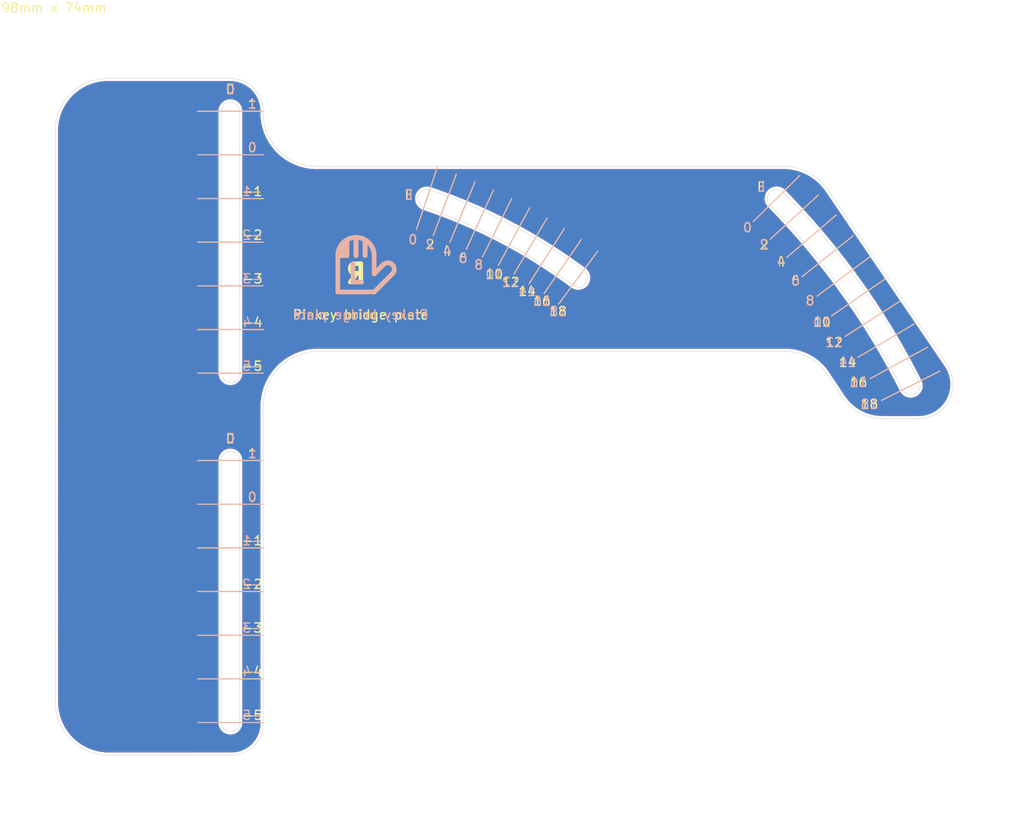
<source format=kicad_pcb>
(kicad_pcb (version 20210228) (generator pcbnew)
  (title_block (rev "1") (company "@e3w2q"))
  (layers (0 "F.Cu" signal) (31 "B.Cu" signal) (34 "B.Paste" user) (35 "F.Paste" user) (36 "B.SilkS" user "B.Silkscreen") (37 "F.SilkS" user "F.Silkscreen") (38 "B.Mask" user) (39 "F.Mask" user) (44 "Edge.Cuts" user))
  (net 0 "")
  (gr_line (start 95.158375 49.648407) (end 92.191642 56.144319) (layer "B.SilkS") (width 0.12))
  (gr_line (start 79.175141 56.828896) (end 78.182983 56.8289) (layer "B.SilkS") (width 0.5))
  (gr_arc (start 83.640017 58.317182) (end 84.13611 58.813275) (angle -180) (layer "B.SilkS") (width 0.5))
  (gr_line (start 70.048199 60.126546) (end 62.904449 60.126546) (layer "B.SilkS") (width 0.12))
  (gr_line (start 134.369877 54.651334) (end 128.793717 59.116319) (layer "B.SilkS") (width 0.12))
  (gr_line (start 130.561579 50.208846) (end 125.310463 55.051928) (layer "B.SilkS") (width 0.12))
  (gr_line (start 80.167359 56.8289) (end 80.167359 54.844524) (layer "B.SilkS") (width 0.5))
  (gr_line (start 78.381389 56.630458) (end 78.381389 56.233582) (layer "B.SilkS") (width 0.5))
  (gr_line (start 102.878343 53.866494) (end 99.036426 59.8863) (layer "B.SilkS") (width 0.12))
  (gr_line (start 70.048199 88.701546) (end 62.904449 88.701546) (layer "B.SilkS") (width 0.12))
  (gr_line (start 78.182983 60.797652) (end 78.182983 56.8289) (layer "B.SilkS") (width 0.5))
  (gr_line (start 139.478508 61.785769) (end 133.466176 65.643427) (layer "B.SilkS") (width 0.12))
  (gr_line (start 91.096606 47.953362) (end 88.590233 54.6404) (layer "B.SilkS") (width 0.12))
  (gr_line (start 70.048199 45.839046) (end 62.904449 45.839046) (layer "B.SilkS") (width 0.12))
  (gr_line (start 79.175171 56.8289) (end 79.175171 55.340618) (layer "B.SilkS") (width 0.5))
  (gr_line (start 70.048199 93.464046) (end 62.904449 93.464046) (layer "B.SilkS") (width 0.12))
  (gr_line (start 70.048199 79.176546) (end 62.904449 79.176546) (layer "B.SilkS") (width 0.12))
  (gr_line (start 104.710478 55.086142) (end 100.660813 60.9682) (layer "B.SilkS") (width 0.12))
  (gr_line (start 70.048199 64.889046) (end 62.904449 64.889046) (layer "B.SilkS") (width 0.12))
  (gr_line (start 70.048199 69.651546) (end 62.904449 69.651546) (layer "B.SilkS") (width 0.12))
  (gr_line (start 70.048199 55.364046) (end 62.904449 55.364046) (layer "B.SilkS") (width 0.12))
  (gr_line (start 106.498932 56.368987) (end 102.246453 62.106131) (layer "B.SilkS") (width 0.12))
  (gr_line (start 142.457521 66.82207) (end 136.190738 70.250932) (layer "B.SilkS") (width 0.12))
  (gr_line (start 97.142422 50.601201) (end 93.950792 56.989619) (layer "B.SilkS") (width 0.12))
  (gr_line (start 81.159547 56.8289) (end 81.159547 55.340618) (layer "B.SilkS") (width 0.5))
  (gr_line (start 78.778265 56.630458) (end 78.778265 55.638268) (layer "B.SilkS") (width 0.5))
  (gr_line (start 70.048199 41.076546) (end 62.904449 41.076546) (layer "B.SilkS") (width 0.12))
  (gr_line (start 136.155438 56.969542) (end 130.426849 61.237202) (layer "B.SilkS") (width 0.12))
  (gr_line (start 89.023834 47.213177) (end 86.752362 53.983612) (layer "B.SilkS") (width 0.12))
  (gr_line (start 70.048199 102.989046) (end 62.904449 102.989046) (layer "B.SilkS") (width 0.12))
  (gr_line (start 82.151735 58.813276) (end 82.151735 56.8289) (layer "B.SilkS") (width 0.5))
  (gr_line (start 70.048199 107.751546) (end 62.904449 107.751546) (layer "B.SilkS") (width 0.12))
  (gr_line (start 70.048199 50.601546) (end 62.904449 50.601546) (layer "B.SilkS") (width 0.12))
  (gr_line (start 78.182983 60.797652) (end 82.151735 60.797652) (layer "B.SilkS") (width 0.5))
  (gr_line (start 93.142284 48.765435) (end 90.404063 55.360928) (layer "B.SilkS") (width 0.12))
  (gr_line (start 83.143924 57.821089) (end 82.151735 58.813276) (layer "B.SilkS") (width 0.5))
  (gr_line (start 101.004759 52.71153) (end 97.37527 58.86175) (layer "B.SilkS") (width 0.12))
  (gr_line (start 141.011969 64.27792) (end 134.868669 67.923401) (layer "B.SilkS") (width 0.12))
  (gr_line (start 99.092008 51.622657) (end 95.67937 57.895797) (layer "B.SilkS") (width 0.12))
  (gr_arc (start 80.167359 56.8289) (end 78.182983 56.8289) (angle 180) (layer "B.SilkS") (width 0.5))
  (gr_line (start 143.813403 69.415119) (end 137.430772 72.623185) (layer "B.SilkS") (width 0.12))
  (gr_line (start 137.859007 59.348653) (end 131.984968 63.413789) (layer "B.SilkS") (width 0.12))
  (gr_line (start 128.543481 48.089979) (end 123.464585 53.113372) (layer "B.SilkS") (width 0.12))
  (gr_line (start 70.048199 98.226546) (end 62.904449 98.226546) (layer "B.SilkS") (width 0.12))
  (gr_line (start 84.13611 58.813275) (end 82.151735 60.797652) (layer "B.SilkS") (width 0.5))
  (gr_line (start 132.5045 52.396853) (end 127.087562 57.053723) (layer "B.SilkS") (width 0.12))
  (gr_line (start 70.048199 83.939046) (end 62.904449 83.939046) (layer "B.SilkS") (width 0.12))
  (gr_line (start 79.175171 56.8289) (end 79.175171 55.340618) (layer "F.SilkS") (width 0.5))
  (gr_line (start 70.048199 60.126546) (end 62.904449 60.126546) (layer "F.SilkS") (width 0.12))
  (gr_line (start 101.004759 52.71153) (end 97.37527 58.86175) (layer "F.SilkS") (width 0.12))
  (gr_line (start 78.182983 60.797652) (end 78.182983 56.8289) (layer "F.SilkS") (width 0.5))
  (gr_line (start 70.048199 45.839046) (end 62.904449 45.839046) (layer "F.SilkS") (width 0.12))
  (gr_line (start 70.048199 50.601546) (end 62.904449 50.601546) (layer "F.SilkS") (width 0.12))
  (gr_line (start 78.381389 56.630458) (end 78.381389 56.233582) (layer "F.SilkS") (width 0.5))
  (gr_line (start 141.011969 64.27792) (end 134.868669 67.923401) (layer "F.SilkS") (width 0.12))
  (gr_line (start 70.048199 107.751546) (end 62.904449 107.751546) (layer "F.SilkS") (width 0.12))
  (gr_line (start 143.813403 69.415119) (end 137.430772 72.623185) (layer "F.SilkS") (width 0.12))
  (gr_line (start 78.778265 56.630458) (end 78.778265 55.638268) (layer "F.SilkS") (width 0.5))
  (gr_arc (start 80.167359 56.8289) (end 82.151735 56.8289) (angle -180) (layer "F.SilkS") (width 0.5))
  (gr_line (start 80.167359 56.8289) (end 80.167359 54.844524) (layer "F.SilkS") (width 0.5))
  (gr_line (start 132.5045 52.396853) (end 127.087562 57.053723) (layer "F.SilkS") (width 0.12))
  (gr_line (start 95.158375 49.648407) (end 92.191642 56.144319) (layer "F.SilkS") (width 0.12))
  (gr_line (start 102.878343 53.866494) (end 99.036426 59.8863) (layer "F.SilkS") (width 0.12))
  (gr_line (start 137.859007 59.348653) (end 131.984968 63.413789) (layer "F.SilkS") (width 0.12))
  (gr_line (start 139.478508 61.785769) (end 133.466176 65.643427) (layer "F.SilkS") (width 0.12))
  (gr_line (start 70.048199 79.176546) (end 62.904449 79.176546) (layer "F.SilkS") (width 0.12))
  (gr_line (start 99.092008 51.622657) (end 95.67937 57.895797) (layer "F.SilkS") (width 0.12))
  (gr_line (start 70.048199 102.989046) (end 62.904449 102.989046) (layer "F.SilkS") (width 0.12))
  (gr_line (start 70.048199 88.701546) (end 62.904449 88.701546) (layer "F.SilkS") (width 0.12))
  (gr_line (start 130.561579 50.208846) (end 125.310463 55.051928) (layer "F.SilkS") (width 0.12))
  (gr_line (start 70.048199 41.076546) (end 62.904449 41.076546) (layer "F.SilkS") (width 0.12))
  (gr_line (start 91.096606 47.953362) (end 88.590233 54.6404) (layer "F.SilkS") (width 0.12))
  (gr_line (start 106.498932 56.368987) (end 102.246453 62.106131) (layer "F.SilkS") (width 0.12))
  (gr_line (start 89.023834 47.213177) (end 86.752362 53.983612) (layer "F.SilkS") (width 0.12))
  (gr_line (start 70.048199 69.651546) (end 62.904449 69.651546) (layer "F.SilkS") (width 0.12))
  (gr_line (start 82.151735 58.813276) (end 82.151735 56.8289) (layer "F.SilkS") (width 0.5))
  (gr_line (start 83.143924 57.821089) (end 82.151735 58.813276) (layer "F.SilkS") (width 0.5))
  (gr_line (start 70.048199 93.464046) (end 62.904449 93.464046) (layer "F.SilkS") (width 0.12))
  (gr_arc (start 83.640017 58.317182) (end 84.13611 58.813275) (angle -180) (layer "F.SilkS") (width 0.5))
  (gr_line (start 134.369877 54.651334) (end 128.793717 59.116319) (layer "F.SilkS") (width 0.12))
  (gr_line (start 97.142422 50.601201) (end 93.950792 56.989619) (layer "F.SilkS") (width 0.12))
  (gr_line (start 70.048199 55.364046) (end 62.904449 55.364046) (layer "F.SilkS") (width 0.12))
  (gr_line (start 70.048199 64.889046) (end 62.904449 64.889046) (layer "F.SilkS") (width 0.12))
  (gr_line (start 136.155438 56.969542) (end 130.426849 61.237202) (layer "F.SilkS") (width 0.12))
  (gr_line (start 128.543481 48.089979) (end 123.464585 53.113372) (layer "F.SilkS") (width 0.12))
  (gr_line (start 81.159547 56.8289) (end 81.159547 55.340618) (layer "F.SilkS") (width 0.5))
  (gr_line (start 93.142284 48.765435) (end 90.404063 55.360928) (layer "F.SilkS") (width 0.12))
  (gr_line (start 70.048199 83.939046) (end 62.904449 83.939046) (layer "F.SilkS") (width 0.12))
  (gr_line (start 142.457521 66.82207) (end 136.190738 70.250932) (layer "F.SilkS") (width 0.12))
  (gr_line (start 82.151735 60.797652) (end 78.182983 60.797652) (layer "F.SilkS") (width 0.5))
  (gr_line (start 79.175141 56.828896) (end 78.182983 56.8289) (layer "F.SilkS") (width 0.5))
  (gr_line (start 104.710478 55.086142) (end 100.660813 60.9682) (layer "F.SilkS") (width 0.12))
  (gr_line (start 70.048199 98.226546) (end 62.904449 98.226546) (layer "F.SilkS") (width 0.12))
  (gr_line (start 84.13611 58.813275) (end 82.151735 60.797652) (layer "F.SilkS") (width 0.5))
  (gr_line (start 131.564038 49.60938) (end 144.660946 68.857866) (layer "Edge.Cuts") (width 0.05))
  (gr_arc (start 126.720763 52.986785) (end 127.198402 47.101546) (angle 50.47054112) (layer "Edge.Cuts") (width 0.05))
  (gr_arc (start 87.907324 50.602306) (end 88.226951 49.648497) (angle -180.1521616) (layer "Edge.Cuts") (width 0.05))
  (gr_arc (start 137.500425 69.450821) (end 137.517178 74.612568) (angle 57.5928387) (layer "Edge.Cuts") (width 0.05))
  (gr_arc (start 104.394548 59.25088) (end 104.991077 58.44059) (angle 178.857068) (layer "Edge.Cuts") (width 0.05))
  (gr_arc (start 66.476374 79.176546) (end 65.473762 79.176546) (angle 180) (layer "Edge.Cuts") (width 0.05))
  (gr_line (start 47.400656 43.501546) (end 47.407624 105.301546) (layer "Edge.Cuts") (width 0.05))
  (gr_line (start 70.048298 107.751546) (end 70.048298 73.501546) (layer "Edge.Cuts") (width 0.05))
  (gr_arc (start 126.917396 72.746651) (end 126.801526 67.272336) (angle 59.27421473) (layer "Edge.Cuts") (width 0.05))
  (gr_line (start 126.801526 67.272336) (end 76.307624 67.272336) (layer "Edge.Cuts") (width 0.05))
  (gr_arc (start 66.476374 107.751546) (end 67.478986 107.751546) (angle 180) (layer "Edge.Cuts") (width 0.05))
  (gr_arc (start 66.476324 41.076546) (end 65.473712 41.076546) (angle 180) (layer "Edge.Cuts") (width 0.05))
  (gr_line (start 131.564038 69.850056) (end 133.151542 72.231312) (layer "Edge.Cuts") (width 0.05))
  (gr_arc (start 141.486082 70.862814) (end 144.660946 68.857866) (angle 125.304218) (layer "Edge.Cuts") (width 0.05))
  (gr_line (start 67.478986 107.751546) (end 67.478986 79.176546) (layer "Edge.Cuts") (width 0.05))
  (gr_line (start 66.407624 37.501546) (end 53.29815 37.501546) (layer "Edge.Cuts") (width 0.05))
  (gr_arc (start 66.476324 69.651546) (end 67.478936 69.651546) (angle 180) (layer "Edge.Cuts") (width 0.05))
  (gr_arc (start 68.857595 106.957807) (end 103.814303 60.072906) (angle -18.02579272) (layer "Edge.Cuts") (width 0.05))
  (gr_arc (start 140.622692 71.01189) (end 139.751854 71.519375) (angle -177.3237797) (layer "Edge.Cuts") (width 0.05))
  (gr_arc (start 66.472657 41.076546) (end 70.048248 41.076546) (angle -91.04215539) (layer "Edge.Cuts") (width 0.05))
  (gr_line (start 65.473762 79.176546) (end 65.473762 107.751546) (layer "Edge.Cuts") (width 0.05))
  (gr_line (start 67.478936 69.651546) (end 67.478936 41.076546) (layer "Edge.Cuts") (width 0.05))
  (gr_arc (start 53.098725 43.203898) (end 47.400656 43.501546) (angle 94.99317668) (layer "Edge.Cuts") (width 0.05))
  (gr_line (start 141.2875 74.6125) (end 137.517178 74.612568) (layer "Edge.Cuts") (width 0.05))
  (gr_arc (start 66.61303 107.870928) (end 70.048298 107.751546) (angle 95.57442779) (layer "Edge.Cuts") (width 0.05))
  (gr_arc (start 53.203028 105.513551) (end 53.505522 111.304937) (angle 95.08497517) (layer "Edge.Cuts") (width 0.05))
  (gr_arc (start 75.897665 41.250574) (end 76.007624 47.101546) (angle 92.78077292) (layer "Edge.Cuts") (width 0.05))
  (gr_line (start 66.39815 111.301546) (end 53.505522 111.304937) (layer "Edge.Cuts") (width 0.05))
  (gr_arc (start 76.085604 73.308641) (end 70.048298 73.501546) (angle 93.93653545) (layer "Edge.Cuts") (width 0.05))
  (gr_line (start 76.007624 47.101546) (end 127.198402 47.101546) (layer "Edge.Cuts") (width 0.05))
  (gr_arc (start 67.526689 107.911899) (end 139.751854 71.519375) (angle -17.67883277) (layer "Edge.Cuts") (width 0.05))
  (gr_line (start 65.473712 41.076546) (end 65.473712 69.651546) (layer "Edge.Cuts") (width 0.05))
  (gr_arc (start 68.233386 107.404386) (end 126.697711 49.864195) (angle 17.8427526) (layer "Edge.Cuts") (width 0.05))
  (gr_arc (start 126.009226 50.599834) (end 126.697711 49.864195) (angle -177.49193) (layer "Edge.Cuts") (width 0.05))
  (gr_arc (start 69.006385 106.675237) (end 104.991077 58.44059) (angle -18.0980729) (layer "Edge.Cuts") (width 0.05))
  (gr_text "10" (at 130.953913 64.076893) (layer "B.SilkS") (effects (font (size 1 1)) (justify mirror)))
  (gr_text "-2" (at 68.857574 92.670296) (layer "B.SilkS") (effects (font (size 1 1)) (justify mirror)))
  (gr_text "L" (at 80.167359 58.813276) (layer "B.SilkS") (effects (font (size 2 2) (thickness 0.5))))
  (gr_text "-3" (at 68.857574 97.432796) (layer "B.SilkS") (effects (font (size 1 1)) (justify mirror)))
  (gr_text "12" (at 132.274246 66.299745) (layer "B.SilkS") (effects (font (size 1 1)) (justify mirror)))
  (gr_text "0" (at 86.358403 55.082072) (layer "B.SilkS") (effects (font (size 1 1)) (justify mirror)))
  (gr_text "-4" (at 68.857574 102.195296) (layer "B.SilkS") (effects (font (size 1 1)) (justify mirror)))
  (gr_text "1" (at 68.857574 78.404671) (layer "B.SilkS") (effects (font (size 1 1)) (justify mirror)))
  (gr_text "0" (at 68.857574 83.167171) (layer "B.SilkS") (effects (font (size 1 1)) (justify mirror)))
  (gr_text "12" (at 97.035699 59.729671) (layer "B.SilkS") (effects (font (size 1 1)) (justify mirror)))
  (gr_text "E" (at 85.923199 50.204671) (layer "B.SilkS") (effects (font (size 1 1)) (justify mirror)))
  (gr_text "18" (at 136.127593 73.027038) (layer "B.SilkS") (effects (font (size 1 1)) (justify mirror)))
  (gr_text "6" (at 91.837996 57.109389) (layer "B.SilkS") (effects (font (size 1 1)) (justify mirror)))
  (gr_text "-2" (at 68.857574 54.592171) (layer "B.SilkS") (effects (font (size 1 1)) (justify mirror)))
  (gr_text "-1" (at 68.857574 87.907796) (layer "B.SilkS") (effects (font (size 1 1)) (justify mirror)))
  (gr_text "1" (at 68.857574 40.282796) (layer "B.SilkS") (effects (font (size 1 1)) (justify mirror)))
  (gr_text "-5" (at 68.857574 106.957796) (layer "B.SilkS") (effects (font (size 1 1)) (justify mirror)))
  (gr_text "-3" (at 68.882574 59.354671) (layer "B.SilkS") (effects (font (size 1 1)) (justify mirror)))
  (gr_text "-5" (at 68.857574 68.879671) (layer "B.SilkS") (effects (font (size 1 1)) (justify mirror)))
  (gr_text "0" (at 68.857574 45.045296) (layer "B.SilkS") (effects (font (size 1 1)) (justify mirror)))
  (gr_text "D\n" (at 66.476324 76.795296) (layer "B.SilkS") (effects (font (size 1 1)) (justify mirror)))
  (gr_text "Pinkey bridge plate" (at 80.663453 63.278122) (layer "B.SilkS") (effects (font (size 1 1)) (justify mirror)))
  (gr_text "16" (at 134.936965 70.645782) (layer "B.SilkS") (effects (font (size 1 1)) (justify mirror)))
  (gr_text "8" (at 129.652884 61.738032) (layer "B.SilkS") (effects (font (size 1 1)) (justify mirror)))
  (gr_text "16" (at 100.441881 61.78518) (layer "B.SilkS") (effects (font (size 1 1)) (justify mirror)))
  (gr_text "6" (at 128.078365 59.569436) (layer "B.SilkS") (effects (font (size 1 1)) (justify mirror)))
  (gr_text "-1" (at 68.857574 49.829671) (layer "B.SilkS") (effects (font (size 1 1)) (justify mirror)))
  (gr_text "14" (at 98.821249 60.723882) (layer "B.SilkS") (effects (font (size 1 1)) (justify mirror)))
  (gr_text "18" (at 102.194695 62.9067) (layer "B.SilkS") (effects (font (size 1 1)) (justify mirror)))
  (gr_text "-4" (at 68.882574 64.117171) (layer "B.SilkS") (effects (font (size 1 1)) (justify mirror)))
  (gr_text "14" (at 133.746337 68.462964) (layer "B.SilkS") (effects (font (size 1 1)) (justify mirror)))
  (gr_text "D\n" (at 66.476324 38.695296) (layer "B.SilkS") (effects (font (size 1 1)) (justify mirror)))
  (gr_text "E" (at 124.328199 49.335921) (layer "B.SilkS") (effects (font (size 1 1)) (justify mirror)))
  (gr_text "2" (at 124.649628 55.646185) (layer "B.SilkS") (effects (font (size 1 1)) (justify mirror)))
  (gr_text "4" (at 126.514404 57.506264) (layer "B.SilkS") (effects (font (size 1 1)) (justify mirror)))
  (gr_text "10" (at 95.235295 58.859264) (layer "B.SilkS") (effects (font (size 1 1)) (justify mirror)))
  (gr_text "8" (at 93.540564 57.83621) (layer "B.SilkS") (effects (font (size 1 1)) (justify mirror)))
  (gr_text "2" (at 88.233405 55.617834) (layer "B.SilkS") (effects (font (size 1 1)) (justify mirror)))
  (gr_text "0" (at 122.832574 53.776546) (layer "B.SilkS") (effects (font (size 1 1)) (justify mirror)))
  (gr_text "4" (at 90.09911 56.361769) (layer "B.SilkS") (effects (font (size 1 1)) (justify mirror)))
  (gr_text "-4" (at 68.857574 102.195296) (layer "F.SilkS") (effects (font (size 1 1))))
  (gr_text "-5" (at 68.857574 68.879671) (layer "F.SilkS") (effects (font (size 1 1))))
  (gr_text "-2" (at 68.857574 54.592171) (layer "F.SilkS") (effects (font (size 1 1))))
  (gr_text "6" (at 91.837996 57.109389) (layer "F.SilkS") (effects (font (size 1 1))))
  (gr_text "18" (at 102.194695 62.9067) (layer "F.SilkS") (effects (font (size 1 1))))
  (gr_text "6" (at 128.078365 59.569436) (layer "F.SilkS") (effects (font (size 1 1))))
  (gr_text "E" (at 124.328199 49.335921) (layer "F.SilkS") (effects (font (size 1 1))))
  (gr_text "12" (at 132.274246 66.299745) (layer "F.SilkS") (effects (font (size 1 1))))
  (gr_text "D\n" (at 66.476324 76.795296) (layer "F.SilkS") (effects (font (size 1 1))))
  (gr_text "1" (at 68.857574 40.282796) (layer "F.SilkS") (effects (font (size 1 1))))
  (gr_text "1" (at 68.857574 78.404671) (layer "F.SilkS") (effects (font (size 1 1))))
  (gr_text "D\n" (at 66.476324 38.695296) (layer "F.SilkS") (effects (font (size 1 1))))
  (gr_text "-4" (at 68.882574 64.117171) (layer "F.SilkS") (effects (font (size 1 1))))
  (gr_text "0" (at 122.832574 53.776546) (layer "F.SilkS") (effects (font (size 1 1))))
  (gr_text "98mm x 74mm" (at 47.25 29.8) (layer "F.SilkS") (effects (font (size 1 1))))
  (gr_text "-5" (at 68.857574 106.957796) (layer "F.SilkS") (effects (font (size 1 1))))
  (gr_text "16" (at 100.441881 61.78518) (layer "F.SilkS") (effects (font (size 1 1))))
  (gr_text "12" (at 97.035699 59.729671) (layer "F.SilkS") (effects (font (size 1 1))))
  (gr_text "10" (at 95.235295 58.859264) (layer "F.SilkS") (effects (font (size 1 1))))
  (gr_text "-2" (at 68.857574 92.670296) (layer "F.SilkS") (effects (font (size 1 1))))
  (gr_text "E" (at 85.923199 50.204671) (layer "F.SilkS") (effects (font (size 1 1))))
  (gr_text "14" (at 133.746337 68.462964) (layer "F.SilkS") (effects (font (size 1 1))))
  (gr_text "8" (at 129.652884 61.738032) (layer "F.SilkS") (effects (font (size 1 1))))
  (gr_text "2" (at 124.649628 55.646185) (layer "F.SilkS") (effects (font (size 1 1))))
  (gr_text "4" (at 126.514404 57.506264) (layer "F.SilkS") (effects (font (size 1 1))))
  (gr_text "8" (at 93.540564 57.83621) (layer "F.SilkS") (effects (font (size 1 1))))
  (gr_text "10" (at 130.953913 64.076893) (layer "F.SilkS") (effects (font (size 1 1))))
  (gr_text "Pinkey bridge plate" (at 80.663453 63.278122) (layer "F.SilkS") (effects (font (size 1 1))))
  (gr_text "16" (at 134.936965 70.645782) (layer "F.SilkS") (effects (font (size 1 1))))
  (gr_text "18" (at 136.127593 73.027038) (layer "F.SilkS") (effects (font (size 1 1))))
  (gr_text "0" (at 86.358403 55.082072) (layer "F.SilkS") (effects (font (size 1 1))))
  (gr_text "-3" (at 68.882574 59.354671) (layer "F.SilkS") (effects (font (size 1 1))))
  (gr_text "-1" (at 68.857574 49.829671) (layer "F.SilkS") (effects (font (size 1 1))))
  (gr_text "0" (at 68.857574 83.167171) (layer "F.SilkS") (effects (font (size 1 1))))
  (gr_text "-1" (at 68.857574 87.907796) (layer "F.SilkS") (effects (font (size 1 1))))
  (gr_text "14" (at 98.821249 60.723882) (layer "F.SilkS") (effects (font (size 1 1))))
  (gr_text "0" (at 68.857574 45.045296) (layer "F.SilkS") (effects (font (size 1 1))))
  (gr_text "2" (at 88.233405 55.617834) (layer "F.SilkS") (effects (font (size 1 1))))
  (gr_text "4" (at 90.09911 56.361769) (layer "F.SilkS") (effects (font (size 1 1))))
  (gr_text "R" (at 80.167359 58.813276) (layer "F.SilkS") (effects (font (size 2 2) (thickness 0.5)) (justify mirror)))
  (gr_text "-3" (at 68.857574 97.432796) (layer "F.SilkS") (effects (font (size 1 1))))
  (zone (net 0) (net_name "") (layers F&B.Cu) (connect_pads (clearance 0.3)) (min_thickness 0.254) (fill yes (thermal_gap 0.508) (thermal_bridge_width 0.508))
    (polygon (pts (xy 152.995429 119.260937) (xy 41.365575 119.260937) (xy 41.365575 31.245312) (xy 152.995429 31.245312)))
  )
)
</source>
